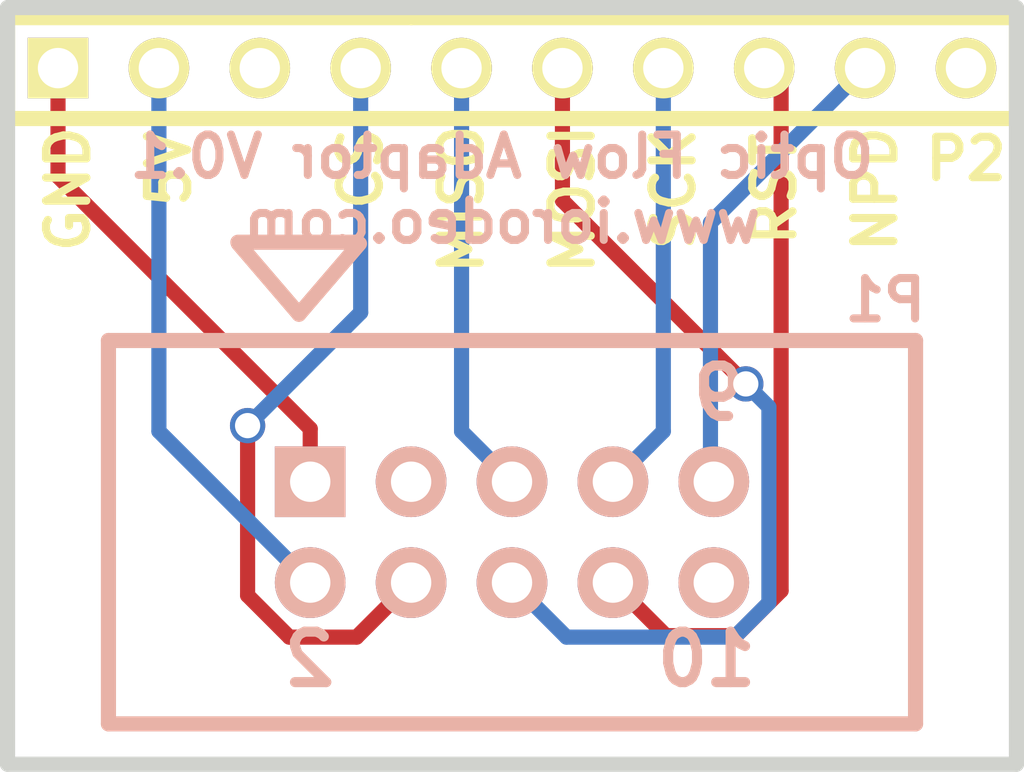
<source format=kicad_pcb>
(kicad_pcb (version 3) (host pcbnew "(2013-jul-07)-stable")

  (general
    (links 8)
    (no_connects 0)
    (area 50.355499 50.609499 76.644501 70.040501)
    (thickness 1.6)
    (drawings 13)
    (tracks 33)
    (zones 0)
    (modules 2)
    (nets 9)
  )

  (page A3)
  (layers
    (15 F.Cu signal)
    (0 B.Cu signal)
    (16 B.Adhes user)
    (17 F.Adhes user)
    (18 B.Paste user)
    (19 F.Paste user)
    (20 B.SilkS user)
    (21 F.SilkS user)
    (22 B.Mask user)
    (23 F.Mask user)
    (24 Dwgs.User user)
    (25 Cmts.User user)
    (26 Eco1.User user)
    (27 Eco2.User user)
    (28 Edge.Cuts user)
  )

  (setup
    (last_trace_width 0.381)
    (trace_clearance 0.254)
    (zone_clearance 0.508)
    (zone_45_only no)
    (trace_min 0.254)
    (segment_width 0.381)
    (edge_width 0.381)
    (via_size 0.889)
    (via_drill 0.635)
    (via_min_size 0.889)
    (via_min_drill 0.508)
    (uvia_size 0.508)
    (uvia_drill 0.127)
    (uvias_allowed no)
    (uvia_min_size 0.508)
    (uvia_min_drill 0.127)
    (pcb_text_width 0.2032)
    (pcb_text_size 1.016 1.016)
    (mod_edge_width 0.15)
    (mod_text_size 1 1)
    (mod_text_width 0.15)
    (pad_size 1.524 1.524)
    (pad_drill 1.016)
    (pad_to_mask_clearance 0)
    (aux_axis_origin 0 0)
    (visible_elements FFFFFFBF)
    (pcbplotparams
      (layerselection 284196865)
      (usegerberextensions true)
      (excludeedgelayer true)
      (linewidth 0.150000)
      (plotframeref false)
      (viasonmask false)
      (mode 1)
      (useauxorigin false)
      (hpglpennumber 1)
      (hpglpenspeed 20)
      (hpglpendiameter 15)
      (hpglpenoverlay 2)
      (psnegative false)
      (psa4output false)
      (plotreference true)
      (plotvalue true)
      (plotothertext true)
      (plotinvisibletext false)
      (padsonsilk false)
      (subtractmaskfromsilk false)
      (outputformat 1)
      (mirror false)
      (drillshape 0)
      (scaleselection 1)
      (outputdirectory gerber_v0p1/))
  )

  (net 0 "")
  (net 1 /5V)
  (net 2 /CS)
  (net 3 /MISO)
  (net 4 /MOSI)
  (net 5 /NPD)
  (net 6 /RST)
  (net 7 /SCK)
  (net 8 GND)

  (net_class Default "This is the default net class."
    (clearance 0.254)
    (trace_width 0.381)
    (via_dia 0.889)
    (via_drill 0.635)
    (uvia_dia 0.508)
    (uvia_drill 0.127)
    (add_net "")
    (add_net /5V)
    (add_net /CS)
    (add_net /MISO)
    (add_net /MOSI)
    (add_net /NPD)
    (add_net /RST)
    (add_net /SCK)
    (add_net GND)
  )

  (module 5X2_SHRD_HEADER (layer B.Cu) (tedit 558B02EE) (tstamp 558AFFD6)
    (at 63.5 64.008)
    (path /558AFB3B)
    (fp_text reference P1 (at 9.398 -5.842) (layer B.SilkS)
      (effects (font (size 1.016 1.016) (thickness 0.2032)) (justify mirror))
    )
    (fp_text value CONN_5X2 (at 5.19938 -6.2992) (layer B.SilkS) hide
      (effects (font (size 1.524 1.524) (thickness 0.3048)) (justify mirror))
    )
    (fp_line (start -10.16 4.826) (end 10.16 4.826) (layer B.SilkS) (width 0.381))
    (fp_line (start 10.16 4.826) (end 10.16 -4.826) (layer B.SilkS) (width 0.381))
    (fp_line (start 10.16 -4.826) (end -10.16 -4.826) (layer B.SilkS) (width 0.381))
    (fp_line (start -10.16 -4.826) (end -10.16 4.826) (layer B.SilkS) (width 0.381))
    (fp_line (start -6.90118 -7.29996) (end -3.8989 -7.29996) (layer B.SilkS) (width 0.381))
    (fp_text user 10 (at 4.89966 3.2004) (layer B.SilkS)
      (effects (font (size 1.27 1.27) (thickness 0.254)) (justify mirror))
    )
    (fp_text user 9 (at 5.19938 -3.50012) (layer B.SilkS)
      (effects (font (size 1.27 1.27) (thickness 0.254)) (justify mirror))
    )
    (fp_text user 2 (at -5.10032 3.2004) (layer B.SilkS)
      (effects (font (size 1.27 1.27) (thickness 0.254)) (justify mirror))
    )
    (fp_line (start -5.36448 -5.48894) (end -6.88848 -7.26694) (layer B.SilkS) (width 0.381))
    (fp_line (start -3.84048 -7.2644) (end -5.36448 -5.4864) (layer B.SilkS) (width 0.381))
    (pad 1 thru_hole rect (at -5.08 -1.27) (size 1.778 1.778) (drill 1.016)
      (layers *.Cu *.Mask B.SilkS)
      (net 8 GND)
    )
    (pad 2 thru_hole circle (at -5.08 1.27) (size 1.778 1.778) (drill 1.016)
      (layers *.Cu *.Mask B.SilkS)
      (net 1 /5V)
    )
    (pad 3 thru_hole circle (at -2.54 -1.27) (size 1.778 1.778) (drill 1.016)
      (layers *.Cu *.Mask B.SilkS)
    )
    (pad 4 thru_hole circle (at -2.54 1.27) (size 1.778 1.778) (drill 1.016)
      (layers *.Cu *.Mask B.SilkS)
      (net 2 /CS)
    )
    (pad 5 thru_hole circle (at 0 -1.27) (size 1.778 1.778) (drill 1.016)
      (layers *.Cu *.Mask B.SilkS)
      (net 3 /MISO)
    )
    (pad 6 thru_hole circle (at 0 1.27) (size 1.778 1.778) (drill 1.016)
      (layers *.Cu *.Mask B.SilkS)
      (net 4 /MOSI)
    )
    (pad 7 thru_hole circle (at 2.54 -1.27) (size 1.778 1.778) (drill 1.016)
      (layers *.Cu *.Mask B.SilkS)
      (net 7 /SCK)
    )
    (pad 8 thru_hole circle (at 2.54 1.27) (size 1.778 1.778) (drill 1.016)
      (layers *.Cu *.Mask B.SilkS)
      (net 6 /RST)
    )
    (pad 9 thru_hole circle (at 5.08 -1.27) (size 1.778 1.778) (drill 1.016)
      (layers *.Cu *.Mask B.SilkS)
      (net 5 /NPD)
    )
    (pad 10 thru_hole circle (at 5.08 1.27) (size 1.778 1.778) (drill 1.016)
      (layers *.Cu *.Mask B.SilkS)
    )
  )

  (module PIN_ARRAY_10x1 (layer F.Cu) (tedit 558B02FC) (tstamp 558AFFBE)
    (at 63.5 52.324)
    (descr "pin array 10x1")
    (tags CONN)
    (path /558AFAA2)
    (fp_text reference P2 (at 11.43 2.286) (layer F.SilkS)
      (effects (font (size 1.016 1.016) (thickness 0.2032)))
    )
    (fp_text value CONN_10 (at 0 2.54) (layer F.SilkS) hide
      (effects (font (size 1.016 1.016) (thickness 0.2032)))
    )
    (fp_line (start -12.7 -1.27) (end -12.7 1.27) (layer F.SilkS) (width 0.381))
    (fp_line (start 12.7 1.27) (end -12.7 1.27) (layer F.SilkS) (width 0.381))
    (fp_line (start -2.54 -1.27) (end 12.7 -1.27) (layer F.SilkS) (width 0.381))
    (fp_line (start 12.7 -1.27) (end 12.7 1.27) (layer F.SilkS) (width 0.381))
    (fp_line (start -2.54 -1.27) (end -12.7 -1.27) (layer F.SilkS) (width 0.381))
    (pad 10 thru_hole circle (at 11.43 0) (size 1.524 1.524) (drill 1.016)
      (layers *.Cu *.Mask F.SilkS)
    )
    (pad 9 thru_hole circle (at 8.89 0) (size 1.524 1.524) (drill 1.016)
      (layers *.Cu *.Mask F.SilkS)
      (net 5 /NPD)
    )
    (pad 7 thru_hole circle (at 3.81 0) (size 1.524 1.524) (drill 1.016)
      (layers *.Cu *.Mask F.SilkS)
      (net 7 /SCK)
    )
    (pad 8 thru_hole circle (at 6.35 0) (size 1.524 1.524) (drill 1.016)
      (layers *.Cu *.Mask F.SilkS)
      (net 6 /RST)
    )
    (pad 6 thru_hole circle (at 1.27 0) (size 1.524 1.524) (drill 1.016)
      (layers *.Cu *.Mask F.SilkS)
      (net 4 /MOSI)
    )
    (pad 5 thru_hole circle (at -1.27 0) (size 1.524 1.524) (drill 1.016)
      (layers *.Cu *.Mask F.SilkS)
      (net 3 /MISO)
    )
    (pad 1 thru_hole rect (at -11.43 0) (size 1.524 1.524) (drill 1.016)
      (layers *.Cu *.Mask F.SilkS)
      (net 8 GND)
    )
    (pad 2 thru_hole circle (at -8.89 0) (size 1.524 1.524) (drill 1.016)
      (layers *.Cu *.Mask F.SilkS)
      (net 1 /5V)
    )
    (pad 3 thru_hole circle (at -6.35 0) (size 1.524 1.524) (drill 1.016)
      (layers *.Cu *.Mask F.SilkS)
    )
    (pad 4 thru_hole circle (at -3.81 0) (size 1.524 1.524) (drill 1.016)
      (layers *.Cu *.Mask F.SilkS)
      (net 2 /CS)
    )
    (model pin_array\pins_array_4x1.wrl
      (at (xyz 0 0 0))
      (scale (xyz 1 1 1))
      (rotate (xyz 0 0 0))
    )
  )

  (gr_text "Optic Flow Adaptor V0.1\nwww.iorodeo.com" (at 63.246 55.372) (layer B.SilkS)
    (effects (font (size 1.016 1.016) (thickness 0.2032)) (justify mirror))
  )
  (gr_line (start 76.2 69.85) (end 50.8 69.85) (angle 90) (layer Edge.Cuts) (width 0.381))
  (gr_line (start 76.2 50.8) (end 76.2 69.85) (angle 90) (layer Edge.Cuts) (width 0.381))
  (gr_line (start 50.8 50.8) (end 76.2 50.8) (angle 90) (layer Edge.Cuts) (width 0.381))
  (gr_text NPD (at 72.644 55.372 90) (layer F.SilkS)
    (effects (font (size 1.016 1.016) (thickness 0.2032)))
  )
  (gr_text RST (at 70.104 55.372 90) (layer F.SilkS)
    (effects (font (size 1.016 1.016) (thickness 0.2032)))
  )
  (gr_text SCK (at 67.564 55.372 90) (layer F.SilkS)
    (effects (font (size 1.016 1.016) (thickness 0.2032)))
  )
  (gr_text MOSI (at 65.024 55.626 90) (layer F.SilkS)
    (effects (font (size 1.016 1.016) (thickness 0.2032)))
  )
  (gr_text MISO (at 62.23 55.626 90) (layer F.SilkS)
    (effects (font (size 1.016 1.016) (thickness 0.2032)))
  )
  (gr_text CS (at 59.69 54.864 90) (layer F.SilkS)
    (effects (font (size 1.016 1.016) (thickness 0.2032)))
  )
  (gr_text 5V (at 54.864 54.864 90) (layer F.SilkS)
    (effects (font (size 1.016 1.016) (thickness 0.2032)))
  )
  (gr_text GND (at 52.324 55.372 90) (layer F.SilkS)
    (effects (font (size 1.016 1.016) (thickness 0.2032)))
  )
  (gr_line (start 50.8 50.8) (end 50.8 69.85) (angle 90) (layer Edge.Cuts) (width 0.381))

  (segment (start 54.61 61.468) (end 58.42 65.278) (width 0.381) (layer B.Cu) (net 1))
  (segment (start 54.61 52.324) (end 54.61 61.468) (width 0.381) (layer B.Cu) (net 1))
  (via (at 56.8434 61.325) (size 0.889) (layers F.Cu B.Cu) (net 2))
  (segment (start 59.69 58.4784) (end 56.8434 61.325) (width 0.381) (layer B.Cu) (net 2))
  (segment (start 59.69 52.324) (end 59.69 58.4784) (width 0.381) (layer B.Cu) (net 2))
  (segment (start 59.5874 66.6506) (end 60.96 65.278) (width 0.381) (layer F.Cu) (net 2))
  (segment (start 57.8941 66.6506) (end 59.5874 66.6506) (width 0.381) (layer F.Cu) (net 2))
  (segment (start 56.8434 65.5999) (end 57.8941 66.6506) (width 0.381) (layer F.Cu) (net 2))
  (segment (start 56.8434 61.325) (end 56.8434 65.5999) (width 0.381) (layer F.Cu) (net 2))
  (segment (start 62.23 61.468) (end 63.5 62.738) (width 0.381) (layer B.Cu) (net 3))
  (segment (start 62.23 52.324) (end 62.23 61.468) (width 0.381) (layer B.Cu) (net 3))
  (via (at 69.386 60.2749) (size 0.889) (layers F.Cu B.Cu) (net 4))
  (segment (start 64.77 55.6589) (end 69.386 60.2749) (width 0.381) (layer F.Cu) (net 4))
  (segment (start 64.77 52.324) (end 64.77 55.6589) (width 0.381) (layer F.Cu) (net 4))
  (segment (start 64.8725 66.6505) (end 63.5 65.278) (width 0.381) (layer B.Cu) (net 4))
  (segment (start 69.1023 66.6505) (end 64.8725 66.6505) (width 0.381) (layer B.Cu) (net 4))
  (segment (start 69.9676 65.7852) (end 69.1023 66.6505) (width 0.381) (layer B.Cu) (net 4))
  (segment (start 69.9676 60.8565) (end 69.9676 65.7852) (width 0.381) (layer B.Cu) (net 4))
  (segment (start 69.386 60.2749) (end 69.9676 60.8565) (width 0.381) (layer B.Cu) (net 4))
  (segment (start 68.4967 62.6547) (end 68.58 62.738) (width 0.381) (layer B.Cu) (net 5))
  (segment (start 68.4967 56.2173) (end 68.4967 62.6547) (width 0.381) (layer B.Cu) (net 5))
  (segment (start 72.39 52.324) (end 68.4967 56.2173) (width 0.381) (layer B.Cu) (net 5))
  (segment (start 70.2753 52.7493) (end 69.85 52.324) (width 0.381) (layer F.Cu) (net 6))
  (segment (start 70.2753 65.4812) (end 70.2753 52.7493) (width 0.381) (layer F.Cu) (net 6))
  (segment (start 69.1429 66.6136) (end 70.2753 65.4812) (width 0.381) (layer F.Cu) (net 6))
  (segment (start 67.3756 66.6136) (end 69.1429 66.6136) (width 0.381) (layer F.Cu) (net 6))
  (segment (start 66.04 65.278) (end 67.3756 66.6136) (width 0.381) (layer F.Cu) (net 6))
  (segment (start 67.31 61.468) (end 66.04 62.738) (width 0.381) (layer B.Cu) (net 7))
  (segment (start 67.31 52.324) (end 67.31 61.468) (width 0.381) (layer B.Cu) (net 7))
  (segment (start 52.07 52.324) (end 52.07 53.5308) (width 0.381) (layer F.Cu) (net 8))
  (segment (start 58.42 62.738) (end 58.42 61.4042) (width 0.381) (layer F.Cu) (net 8))
  (segment (start 52.07 55.0542) (end 52.07 53.5308) (width 0.381) (layer F.Cu) (net 8))
  (segment (start 58.42 61.4042) (end 52.07 55.0542) (width 0.381) (layer F.Cu) (net 8))

)

</source>
